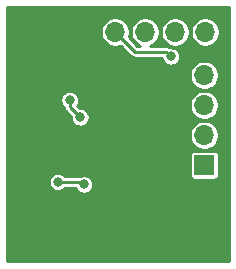
<source format=gbr>
G04 #@! TF.GenerationSoftware,KiCad,Pcbnew,(5.1.5)-2*
G04 #@! TF.CreationDate,2020-10-22T14:23:29-05:00*
G04 #@! TF.ProjectId,usbSerial,75736253-6572-4696-916c-2e6b69636164,rev?*
G04 #@! TF.SameCoordinates,Original*
G04 #@! TF.FileFunction,Copper,L2,Bot*
G04 #@! TF.FilePolarity,Positive*
%FSLAX46Y46*%
G04 Gerber Fmt 4.6, Leading zero omitted, Abs format (unit mm)*
G04 Created by KiCad (PCBNEW (5.1.5)-2) date 2020-10-22 14:23:29*
%MOMM*%
%LPD*%
G04 APERTURE LIST*
%ADD10R,1.700000X1.700000*%
%ADD11O,1.700000X1.700000*%
%ADD12O,0.950000X1.250000*%
%ADD13O,1.550000X0.950000*%
%ADD14C,0.800000*%
%ADD15C,0.250000*%
%ADD16C,0.254000*%
G04 APERTURE END LIST*
D10*
X68100000Y-73480000D03*
D11*
X68100000Y-70940000D03*
X68100000Y-68400000D03*
X68100000Y-65860000D03*
D10*
X58020000Y-62200000D03*
D11*
X60560000Y-62200000D03*
X63100000Y-62200000D03*
X65640000Y-62200000D03*
X68180000Y-62200000D03*
D12*
X55200000Y-66200000D03*
X55200000Y-71200000D03*
D13*
X52500000Y-65200000D03*
X52500000Y-72200000D03*
D14*
X62600000Y-77100000D03*
X60800000Y-79700000D03*
X62600000Y-79700000D03*
X61800000Y-67400000D03*
X64400000Y-67400000D03*
X64400000Y-70000000D03*
X61800000Y-70000000D03*
X60800000Y-77100000D03*
X55700000Y-74900000D03*
X57900000Y-75100000D03*
X56700000Y-67975000D03*
X57600000Y-69425000D03*
X65262653Y-64262653D03*
D15*
X55700000Y-74900000D02*
X57700000Y-74900000D01*
X57700000Y-74900000D02*
X57900000Y-75100000D01*
X56700000Y-67975000D02*
X56700000Y-68525000D01*
X56700000Y-68525000D02*
X57600000Y-69425000D01*
X62222654Y-63862654D02*
X61409999Y-63049999D01*
X64862654Y-63862654D02*
X62222654Y-63862654D01*
X61409999Y-63049999D02*
X60560000Y-62200000D01*
X65262653Y-64262653D02*
X64862654Y-63862654D01*
D16*
G36*
X70194001Y-81594000D02*
G01*
X51406000Y-81594000D01*
X51406000Y-74823078D01*
X54919000Y-74823078D01*
X54919000Y-74976922D01*
X54949013Y-75127809D01*
X55007887Y-75269942D01*
X55093358Y-75397859D01*
X55202141Y-75506642D01*
X55330058Y-75592113D01*
X55472191Y-75650987D01*
X55623078Y-75681000D01*
X55776922Y-75681000D01*
X55927809Y-75650987D01*
X56069942Y-75592113D01*
X56197859Y-75506642D01*
X56298501Y-75406000D01*
X57181401Y-75406000D01*
X57207887Y-75469942D01*
X57293358Y-75597859D01*
X57402141Y-75706642D01*
X57530058Y-75792113D01*
X57672191Y-75850987D01*
X57823078Y-75881000D01*
X57976922Y-75881000D01*
X58127809Y-75850987D01*
X58269942Y-75792113D01*
X58397859Y-75706642D01*
X58506642Y-75597859D01*
X58592113Y-75469942D01*
X58650987Y-75327809D01*
X58681000Y-75176922D01*
X58681000Y-75023078D01*
X58650987Y-74872191D01*
X58592113Y-74730058D01*
X58506642Y-74602141D01*
X58397859Y-74493358D01*
X58269942Y-74407887D01*
X58127809Y-74349013D01*
X57976922Y-74319000D01*
X57823078Y-74319000D01*
X57672191Y-74349013D01*
X57563584Y-74394000D01*
X56298501Y-74394000D01*
X56197859Y-74293358D01*
X56069942Y-74207887D01*
X55927809Y-74149013D01*
X55776922Y-74119000D01*
X55623078Y-74119000D01*
X55472191Y-74149013D01*
X55330058Y-74207887D01*
X55202141Y-74293358D01*
X55093358Y-74402141D01*
X55007887Y-74530058D01*
X54949013Y-74672191D01*
X54919000Y-74823078D01*
X51406000Y-74823078D01*
X51406000Y-72630000D01*
X66867157Y-72630000D01*
X66867157Y-74330000D01*
X66874513Y-74404689D01*
X66896299Y-74476508D01*
X66931678Y-74542696D01*
X66979289Y-74600711D01*
X67037304Y-74648322D01*
X67103492Y-74683701D01*
X67175311Y-74705487D01*
X67250000Y-74712843D01*
X68950000Y-74712843D01*
X69024689Y-74705487D01*
X69096508Y-74683701D01*
X69162696Y-74648322D01*
X69220711Y-74600711D01*
X69268322Y-74542696D01*
X69303701Y-74476508D01*
X69325487Y-74404689D01*
X69332843Y-74330000D01*
X69332843Y-72630000D01*
X69325487Y-72555311D01*
X69303701Y-72483492D01*
X69268322Y-72417304D01*
X69220711Y-72359289D01*
X69162696Y-72311678D01*
X69096508Y-72276299D01*
X69024689Y-72254513D01*
X68950000Y-72247157D01*
X67250000Y-72247157D01*
X67175311Y-72254513D01*
X67103492Y-72276299D01*
X67037304Y-72311678D01*
X66979289Y-72359289D01*
X66931678Y-72417304D01*
X66896299Y-72483492D01*
X66874513Y-72555311D01*
X66867157Y-72630000D01*
X51406000Y-72630000D01*
X51406000Y-70818757D01*
X66869000Y-70818757D01*
X66869000Y-71061243D01*
X66916307Y-71299069D01*
X67009102Y-71523097D01*
X67143820Y-71724717D01*
X67315283Y-71896180D01*
X67516903Y-72030898D01*
X67740931Y-72123693D01*
X67978757Y-72171000D01*
X68221243Y-72171000D01*
X68459069Y-72123693D01*
X68683097Y-72030898D01*
X68884717Y-71896180D01*
X69056180Y-71724717D01*
X69190898Y-71523097D01*
X69283693Y-71299069D01*
X69331000Y-71061243D01*
X69331000Y-70818757D01*
X69283693Y-70580931D01*
X69190898Y-70356903D01*
X69056180Y-70155283D01*
X68884717Y-69983820D01*
X68683097Y-69849102D01*
X68459069Y-69756307D01*
X68221243Y-69709000D01*
X67978757Y-69709000D01*
X67740931Y-69756307D01*
X67516903Y-69849102D01*
X67315283Y-69983820D01*
X67143820Y-70155283D01*
X67009102Y-70356903D01*
X66916307Y-70580931D01*
X66869000Y-70818757D01*
X51406000Y-70818757D01*
X51406000Y-67898078D01*
X55919000Y-67898078D01*
X55919000Y-68051922D01*
X55949013Y-68202809D01*
X56007887Y-68344942D01*
X56093358Y-68472859D01*
X56196584Y-68576085D01*
X56201322Y-68624192D01*
X56230255Y-68719574D01*
X56230256Y-68719575D01*
X56277242Y-68807479D01*
X56340474Y-68884527D01*
X56359780Y-68900371D01*
X56819000Y-69359592D01*
X56819000Y-69501922D01*
X56849013Y-69652809D01*
X56907887Y-69794942D01*
X56993358Y-69922859D01*
X57102141Y-70031642D01*
X57230058Y-70117113D01*
X57372191Y-70175987D01*
X57523078Y-70206000D01*
X57676922Y-70206000D01*
X57827809Y-70175987D01*
X57969942Y-70117113D01*
X58097859Y-70031642D01*
X58206642Y-69922859D01*
X58292113Y-69794942D01*
X58350987Y-69652809D01*
X58381000Y-69501922D01*
X58381000Y-69348078D01*
X58350987Y-69197191D01*
X58292113Y-69055058D01*
X58206642Y-68927141D01*
X58097859Y-68818358D01*
X57969942Y-68732887D01*
X57827809Y-68674013D01*
X57676922Y-68644000D01*
X57534592Y-68644000D01*
X57329396Y-68438805D01*
X57392113Y-68344942D01*
X57419527Y-68278757D01*
X66869000Y-68278757D01*
X66869000Y-68521243D01*
X66916307Y-68759069D01*
X67009102Y-68983097D01*
X67143820Y-69184717D01*
X67315283Y-69356180D01*
X67516903Y-69490898D01*
X67740931Y-69583693D01*
X67978757Y-69631000D01*
X68221243Y-69631000D01*
X68459069Y-69583693D01*
X68683097Y-69490898D01*
X68884717Y-69356180D01*
X69056180Y-69184717D01*
X69190898Y-68983097D01*
X69283693Y-68759069D01*
X69331000Y-68521243D01*
X69331000Y-68278757D01*
X69283693Y-68040931D01*
X69190898Y-67816903D01*
X69056180Y-67615283D01*
X68884717Y-67443820D01*
X68683097Y-67309102D01*
X68459069Y-67216307D01*
X68221243Y-67169000D01*
X67978757Y-67169000D01*
X67740931Y-67216307D01*
X67516903Y-67309102D01*
X67315283Y-67443820D01*
X67143820Y-67615283D01*
X67009102Y-67816903D01*
X66916307Y-68040931D01*
X66869000Y-68278757D01*
X57419527Y-68278757D01*
X57450987Y-68202809D01*
X57481000Y-68051922D01*
X57481000Y-67898078D01*
X57450987Y-67747191D01*
X57392113Y-67605058D01*
X57306642Y-67477141D01*
X57197859Y-67368358D01*
X57069942Y-67282887D01*
X56927809Y-67224013D01*
X56776922Y-67194000D01*
X56623078Y-67194000D01*
X56472191Y-67224013D01*
X56330058Y-67282887D01*
X56202141Y-67368358D01*
X56093358Y-67477141D01*
X56007887Y-67605058D01*
X55949013Y-67747191D01*
X55919000Y-67898078D01*
X51406000Y-67898078D01*
X51406000Y-65738757D01*
X66869000Y-65738757D01*
X66869000Y-65981243D01*
X66916307Y-66219069D01*
X67009102Y-66443097D01*
X67143820Y-66644717D01*
X67315283Y-66816180D01*
X67516903Y-66950898D01*
X67740931Y-67043693D01*
X67978757Y-67091000D01*
X68221243Y-67091000D01*
X68459069Y-67043693D01*
X68683097Y-66950898D01*
X68884717Y-66816180D01*
X69056180Y-66644717D01*
X69190898Y-66443097D01*
X69283693Y-66219069D01*
X69331000Y-65981243D01*
X69331000Y-65738757D01*
X69283693Y-65500931D01*
X69190898Y-65276903D01*
X69056180Y-65075283D01*
X68884717Y-64903820D01*
X68683097Y-64769102D01*
X68459069Y-64676307D01*
X68221243Y-64629000D01*
X67978757Y-64629000D01*
X67740931Y-64676307D01*
X67516903Y-64769102D01*
X67315283Y-64903820D01*
X67143820Y-65075283D01*
X67009102Y-65276903D01*
X66916307Y-65500931D01*
X66869000Y-65738757D01*
X51406000Y-65738757D01*
X51406000Y-62078757D01*
X59329000Y-62078757D01*
X59329000Y-62321243D01*
X59376307Y-62559069D01*
X59469102Y-62783097D01*
X59603820Y-62984717D01*
X59775283Y-63156180D01*
X59976903Y-63290898D01*
X60200931Y-63383693D01*
X60438757Y-63431000D01*
X60681243Y-63431000D01*
X60919069Y-63383693D01*
X60996166Y-63351758D01*
X61069777Y-63425369D01*
X61069782Y-63425373D01*
X61847282Y-64202874D01*
X61863127Y-64222181D01*
X61940175Y-64285413D01*
X62028079Y-64332399D01*
X62123461Y-64361332D01*
X62222654Y-64371102D01*
X62247508Y-64368654D01*
X64487437Y-64368654D01*
X64511666Y-64490462D01*
X64570540Y-64632595D01*
X64656011Y-64760512D01*
X64764794Y-64869295D01*
X64892711Y-64954766D01*
X65034844Y-65013640D01*
X65185731Y-65043653D01*
X65339575Y-65043653D01*
X65490462Y-65013640D01*
X65632595Y-64954766D01*
X65760512Y-64869295D01*
X65869295Y-64760512D01*
X65954766Y-64632595D01*
X66013640Y-64490462D01*
X66043653Y-64339575D01*
X66043653Y-64185731D01*
X66013640Y-64034844D01*
X65954766Y-63892711D01*
X65869295Y-63764794D01*
X65760512Y-63656011D01*
X65632595Y-63570540D01*
X65490462Y-63511666D01*
X65339575Y-63481653D01*
X65196015Y-63481653D01*
X65145133Y-63439895D01*
X65057229Y-63392909D01*
X64961847Y-63363976D01*
X64887508Y-63356654D01*
X64887500Y-63356654D01*
X64862654Y-63354207D01*
X64837808Y-63356654D01*
X63524347Y-63356654D01*
X63683097Y-63290898D01*
X63884717Y-63156180D01*
X64056180Y-62984717D01*
X64190898Y-62783097D01*
X64283693Y-62559069D01*
X64331000Y-62321243D01*
X64331000Y-62078757D01*
X64409000Y-62078757D01*
X64409000Y-62321243D01*
X64456307Y-62559069D01*
X64549102Y-62783097D01*
X64683820Y-62984717D01*
X64855283Y-63156180D01*
X65056903Y-63290898D01*
X65280931Y-63383693D01*
X65518757Y-63431000D01*
X65761243Y-63431000D01*
X65999069Y-63383693D01*
X66223097Y-63290898D01*
X66424717Y-63156180D01*
X66596180Y-62984717D01*
X66730898Y-62783097D01*
X66823693Y-62559069D01*
X66871000Y-62321243D01*
X66871000Y-62078757D01*
X66949000Y-62078757D01*
X66949000Y-62321243D01*
X66996307Y-62559069D01*
X67089102Y-62783097D01*
X67223820Y-62984717D01*
X67395283Y-63156180D01*
X67596903Y-63290898D01*
X67820931Y-63383693D01*
X68058757Y-63431000D01*
X68301243Y-63431000D01*
X68539069Y-63383693D01*
X68763097Y-63290898D01*
X68964717Y-63156180D01*
X69136180Y-62984717D01*
X69270898Y-62783097D01*
X69363693Y-62559069D01*
X69411000Y-62321243D01*
X69411000Y-62078757D01*
X69363693Y-61840931D01*
X69270898Y-61616903D01*
X69136180Y-61415283D01*
X68964717Y-61243820D01*
X68763097Y-61109102D01*
X68539069Y-61016307D01*
X68301243Y-60969000D01*
X68058757Y-60969000D01*
X67820931Y-61016307D01*
X67596903Y-61109102D01*
X67395283Y-61243820D01*
X67223820Y-61415283D01*
X67089102Y-61616903D01*
X66996307Y-61840931D01*
X66949000Y-62078757D01*
X66871000Y-62078757D01*
X66823693Y-61840931D01*
X66730898Y-61616903D01*
X66596180Y-61415283D01*
X66424717Y-61243820D01*
X66223097Y-61109102D01*
X65999069Y-61016307D01*
X65761243Y-60969000D01*
X65518757Y-60969000D01*
X65280931Y-61016307D01*
X65056903Y-61109102D01*
X64855283Y-61243820D01*
X64683820Y-61415283D01*
X64549102Y-61616903D01*
X64456307Y-61840931D01*
X64409000Y-62078757D01*
X64331000Y-62078757D01*
X64283693Y-61840931D01*
X64190898Y-61616903D01*
X64056180Y-61415283D01*
X63884717Y-61243820D01*
X63683097Y-61109102D01*
X63459069Y-61016307D01*
X63221243Y-60969000D01*
X62978757Y-60969000D01*
X62740931Y-61016307D01*
X62516903Y-61109102D01*
X62315283Y-61243820D01*
X62143820Y-61415283D01*
X62009102Y-61616903D01*
X61916307Y-61840931D01*
X61869000Y-62078757D01*
X61869000Y-62321243D01*
X61916307Y-62559069D01*
X62009102Y-62783097D01*
X62143820Y-62984717D01*
X62315283Y-63156180D01*
X62516903Y-63290898D01*
X62675653Y-63356654D01*
X62432246Y-63356654D01*
X61785373Y-62709782D01*
X61785369Y-62709777D01*
X61711758Y-62636166D01*
X61743693Y-62559069D01*
X61791000Y-62321243D01*
X61791000Y-62078757D01*
X61743693Y-61840931D01*
X61650898Y-61616903D01*
X61516180Y-61415283D01*
X61344717Y-61243820D01*
X61143097Y-61109102D01*
X60919069Y-61016307D01*
X60681243Y-60969000D01*
X60438757Y-60969000D01*
X60200931Y-61016307D01*
X59976903Y-61109102D01*
X59775283Y-61243820D01*
X59603820Y-61415283D01*
X59469102Y-61616903D01*
X59376307Y-61840931D01*
X59329000Y-62078757D01*
X51406000Y-62078757D01*
X51406000Y-60106000D01*
X70194000Y-60106000D01*
X70194001Y-81594000D01*
G37*
X70194001Y-81594000D02*
X51406000Y-81594000D01*
X51406000Y-74823078D01*
X54919000Y-74823078D01*
X54919000Y-74976922D01*
X54949013Y-75127809D01*
X55007887Y-75269942D01*
X55093358Y-75397859D01*
X55202141Y-75506642D01*
X55330058Y-75592113D01*
X55472191Y-75650987D01*
X55623078Y-75681000D01*
X55776922Y-75681000D01*
X55927809Y-75650987D01*
X56069942Y-75592113D01*
X56197859Y-75506642D01*
X56298501Y-75406000D01*
X57181401Y-75406000D01*
X57207887Y-75469942D01*
X57293358Y-75597859D01*
X57402141Y-75706642D01*
X57530058Y-75792113D01*
X57672191Y-75850987D01*
X57823078Y-75881000D01*
X57976922Y-75881000D01*
X58127809Y-75850987D01*
X58269942Y-75792113D01*
X58397859Y-75706642D01*
X58506642Y-75597859D01*
X58592113Y-75469942D01*
X58650987Y-75327809D01*
X58681000Y-75176922D01*
X58681000Y-75023078D01*
X58650987Y-74872191D01*
X58592113Y-74730058D01*
X58506642Y-74602141D01*
X58397859Y-74493358D01*
X58269942Y-74407887D01*
X58127809Y-74349013D01*
X57976922Y-74319000D01*
X57823078Y-74319000D01*
X57672191Y-74349013D01*
X57563584Y-74394000D01*
X56298501Y-74394000D01*
X56197859Y-74293358D01*
X56069942Y-74207887D01*
X55927809Y-74149013D01*
X55776922Y-74119000D01*
X55623078Y-74119000D01*
X55472191Y-74149013D01*
X55330058Y-74207887D01*
X55202141Y-74293358D01*
X55093358Y-74402141D01*
X55007887Y-74530058D01*
X54949013Y-74672191D01*
X54919000Y-74823078D01*
X51406000Y-74823078D01*
X51406000Y-72630000D01*
X66867157Y-72630000D01*
X66867157Y-74330000D01*
X66874513Y-74404689D01*
X66896299Y-74476508D01*
X66931678Y-74542696D01*
X66979289Y-74600711D01*
X67037304Y-74648322D01*
X67103492Y-74683701D01*
X67175311Y-74705487D01*
X67250000Y-74712843D01*
X68950000Y-74712843D01*
X69024689Y-74705487D01*
X69096508Y-74683701D01*
X69162696Y-74648322D01*
X69220711Y-74600711D01*
X69268322Y-74542696D01*
X69303701Y-74476508D01*
X69325487Y-74404689D01*
X69332843Y-74330000D01*
X69332843Y-72630000D01*
X69325487Y-72555311D01*
X69303701Y-72483492D01*
X69268322Y-72417304D01*
X69220711Y-72359289D01*
X69162696Y-72311678D01*
X69096508Y-72276299D01*
X69024689Y-72254513D01*
X68950000Y-72247157D01*
X67250000Y-72247157D01*
X67175311Y-72254513D01*
X67103492Y-72276299D01*
X67037304Y-72311678D01*
X66979289Y-72359289D01*
X66931678Y-72417304D01*
X66896299Y-72483492D01*
X66874513Y-72555311D01*
X66867157Y-72630000D01*
X51406000Y-72630000D01*
X51406000Y-70818757D01*
X66869000Y-70818757D01*
X66869000Y-71061243D01*
X66916307Y-71299069D01*
X67009102Y-71523097D01*
X67143820Y-71724717D01*
X67315283Y-71896180D01*
X67516903Y-72030898D01*
X67740931Y-72123693D01*
X67978757Y-72171000D01*
X68221243Y-72171000D01*
X68459069Y-72123693D01*
X68683097Y-72030898D01*
X68884717Y-71896180D01*
X69056180Y-71724717D01*
X69190898Y-71523097D01*
X69283693Y-71299069D01*
X69331000Y-71061243D01*
X69331000Y-70818757D01*
X69283693Y-70580931D01*
X69190898Y-70356903D01*
X69056180Y-70155283D01*
X68884717Y-69983820D01*
X68683097Y-69849102D01*
X68459069Y-69756307D01*
X68221243Y-69709000D01*
X67978757Y-69709000D01*
X67740931Y-69756307D01*
X67516903Y-69849102D01*
X67315283Y-69983820D01*
X67143820Y-70155283D01*
X67009102Y-70356903D01*
X66916307Y-70580931D01*
X66869000Y-70818757D01*
X51406000Y-70818757D01*
X51406000Y-67898078D01*
X55919000Y-67898078D01*
X55919000Y-68051922D01*
X55949013Y-68202809D01*
X56007887Y-68344942D01*
X56093358Y-68472859D01*
X56196584Y-68576085D01*
X56201322Y-68624192D01*
X56230255Y-68719574D01*
X56230256Y-68719575D01*
X56277242Y-68807479D01*
X56340474Y-68884527D01*
X56359780Y-68900371D01*
X56819000Y-69359592D01*
X56819000Y-69501922D01*
X56849013Y-69652809D01*
X56907887Y-69794942D01*
X56993358Y-69922859D01*
X57102141Y-70031642D01*
X57230058Y-70117113D01*
X57372191Y-70175987D01*
X57523078Y-70206000D01*
X57676922Y-70206000D01*
X57827809Y-70175987D01*
X57969942Y-70117113D01*
X58097859Y-70031642D01*
X58206642Y-69922859D01*
X58292113Y-69794942D01*
X58350987Y-69652809D01*
X58381000Y-69501922D01*
X58381000Y-69348078D01*
X58350987Y-69197191D01*
X58292113Y-69055058D01*
X58206642Y-68927141D01*
X58097859Y-68818358D01*
X57969942Y-68732887D01*
X57827809Y-68674013D01*
X57676922Y-68644000D01*
X57534592Y-68644000D01*
X57329396Y-68438805D01*
X57392113Y-68344942D01*
X57419527Y-68278757D01*
X66869000Y-68278757D01*
X66869000Y-68521243D01*
X66916307Y-68759069D01*
X67009102Y-68983097D01*
X67143820Y-69184717D01*
X67315283Y-69356180D01*
X67516903Y-69490898D01*
X67740931Y-69583693D01*
X67978757Y-69631000D01*
X68221243Y-69631000D01*
X68459069Y-69583693D01*
X68683097Y-69490898D01*
X68884717Y-69356180D01*
X69056180Y-69184717D01*
X69190898Y-68983097D01*
X69283693Y-68759069D01*
X69331000Y-68521243D01*
X69331000Y-68278757D01*
X69283693Y-68040931D01*
X69190898Y-67816903D01*
X69056180Y-67615283D01*
X68884717Y-67443820D01*
X68683097Y-67309102D01*
X68459069Y-67216307D01*
X68221243Y-67169000D01*
X67978757Y-67169000D01*
X67740931Y-67216307D01*
X67516903Y-67309102D01*
X67315283Y-67443820D01*
X67143820Y-67615283D01*
X67009102Y-67816903D01*
X66916307Y-68040931D01*
X66869000Y-68278757D01*
X57419527Y-68278757D01*
X57450987Y-68202809D01*
X57481000Y-68051922D01*
X57481000Y-67898078D01*
X57450987Y-67747191D01*
X57392113Y-67605058D01*
X57306642Y-67477141D01*
X57197859Y-67368358D01*
X57069942Y-67282887D01*
X56927809Y-67224013D01*
X56776922Y-67194000D01*
X56623078Y-67194000D01*
X56472191Y-67224013D01*
X56330058Y-67282887D01*
X56202141Y-67368358D01*
X56093358Y-67477141D01*
X56007887Y-67605058D01*
X55949013Y-67747191D01*
X55919000Y-67898078D01*
X51406000Y-67898078D01*
X51406000Y-65738757D01*
X66869000Y-65738757D01*
X66869000Y-65981243D01*
X66916307Y-66219069D01*
X67009102Y-66443097D01*
X67143820Y-66644717D01*
X67315283Y-66816180D01*
X67516903Y-66950898D01*
X67740931Y-67043693D01*
X67978757Y-67091000D01*
X68221243Y-67091000D01*
X68459069Y-67043693D01*
X68683097Y-66950898D01*
X68884717Y-66816180D01*
X69056180Y-66644717D01*
X69190898Y-66443097D01*
X69283693Y-66219069D01*
X69331000Y-65981243D01*
X69331000Y-65738757D01*
X69283693Y-65500931D01*
X69190898Y-65276903D01*
X69056180Y-65075283D01*
X68884717Y-64903820D01*
X68683097Y-64769102D01*
X68459069Y-64676307D01*
X68221243Y-64629000D01*
X67978757Y-64629000D01*
X67740931Y-64676307D01*
X67516903Y-64769102D01*
X67315283Y-64903820D01*
X67143820Y-65075283D01*
X67009102Y-65276903D01*
X66916307Y-65500931D01*
X66869000Y-65738757D01*
X51406000Y-65738757D01*
X51406000Y-62078757D01*
X59329000Y-62078757D01*
X59329000Y-62321243D01*
X59376307Y-62559069D01*
X59469102Y-62783097D01*
X59603820Y-62984717D01*
X59775283Y-63156180D01*
X59976903Y-63290898D01*
X60200931Y-63383693D01*
X60438757Y-63431000D01*
X60681243Y-63431000D01*
X60919069Y-63383693D01*
X60996166Y-63351758D01*
X61069777Y-63425369D01*
X61069782Y-63425373D01*
X61847282Y-64202874D01*
X61863127Y-64222181D01*
X61940175Y-64285413D01*
X62028079Y-64332399D01*
X62123461Y-64361332D01*
X62222654Y-64371102D01*
X62247508Y-64368654D01*
X64487437Y-64368654D01*
X64511666Y-64490462D01*
X64570540Y-64632595D01*
X64656011Y-64760512D01*
X64764794Y-64869295D01*
X64892711Y-64954766D01*
X65034844Y-65013640D01*
X65185731Y-65043653D01*
X65339575Y-65043653D01*
X65490462Y-65013640D01*
X65632595Y-64954766D01*
X65760512Y-64869295D01*
X65869295Y-64760512D01*
X65954766Y-64632595D01*
X66013640Y-64490462D01*
X66043653Y-64339575D01*
X66043653Y-64185731D01*
X66013640Y-64034844D01*
X65954766Y-63892711D01*
X65869295Y-63764794D01*
X65760512Y-63656011D01*
X65632595Y-63570540D01*
X65490462Y-63511666D01*
X65339575Y-63481653D01*
X65196015Y-63481653D01*
X65145133Y-63439895D01*
X65057229Y-63392909D01*
X64961847Y-63363976D01*
X64887508Y-63356654D01*
X64887500Y-63356654D01*
X64862654Y-63354207D01*
X64837808Y-63356654D01*
X63524347Y-63356654D01*
X63683097Y-63290898D01*
X63884717Y-63156180D01*
X64056180Y-62984717D01*
X64190898Y-62783097D01*
X64283693Y-62559069D01*
X64331000Y-62321243D01*
X64331000Y-62078757D01*
X64409000Y-62078757D01*
X64409000Y-62321243D01*
X64456307Y-62559069D01*
X64549102Y-62783097D01*
X64683820Y-62984717D01*
X64855283Y-63156180D01*
X65056903Y-63290898D01*
X65280931Y-63383693D01*
X65518757Y-63431000D01*
X65761243Y-63431000D01*
X65999069Y-63383693D01*
X66223097Y-63290898D01*
X66424717Y-63156180D01*
X66596180Y-62984717D01*
X66730898Y-62783097D01*
X66823693Y-62559069D01*
X66871000Y-62321243D01*
X66871000Y-62078757D01*
X66949000Y-62078757D01*
X66949000Y-62321243D01*
X66996307Y-62559069D01*
X67089102Y-62783097D01*
X67223820Y-62984717D01*
X67395283Y-63156180D01*
X67596903Y-63290898D01*
X67820931Y-63383693D01*
X68058757Y-63431000D01*
X68301243Y-63431000D01*
X68539069Y-63383693D01*
X68763097Y-63290898D01*
X68964717Y-63156180D01*
X69136180Y-62984717D01*
X69270898Y-62783097D01*
X69363693Y-62559069D01*
X69411000Y-62321243D01*
X69411000Y-62078757D01*
X69363693Y-61840931D01*
X69270898Y-61616903D01*
X69136180Y-61415283D01*
X68964717Y-61243820D01*
X68763097Y-61109102D01*
X68539069Y-61016307D01*
X68301243Y-60969000D01*
X68058757Y-60969000D01*
X67820931Y-61016307D01*
X67596903Y-61109102D01*
X67395283Y-61243820D01*
X67223820Y-61415283D01*
X67089102Y-61616903D01*
X66996307Y-61840931D01*
X66949000Y-62078757D01*
X66871000Y-62078757D01*
X66823693Y-61840931D01*
X66730898Y-61616903D01*
X66596180Y-61415283D01*
X66424717Y-61243820D01*
X66223097Y-61109102D01*
X65999069Y-61016307D01*
X65761243Y-60969000D01*
X65518757Y-60969000D01*
X65280931Y-61016307D01*
X65056903Y-61109102D01*
X64855283Y-61243820D01*
X64683820Y-61415283D01*
X64549102Y-61616903D01*
X64456307Y-61840931D01*
X64409000Y-62078757D01*
X64331000Y-62078757D01*
X64283693Y-61840931D01*
X64190898Y-61616903D01*
X64056180Y-61415283D01*
X63884717Y-61243820D01*
X63683097Y-61109102D01*
X63459069Y-61016307D01*
X63221243Y-60969000D01*
X62978757Y-60969000D01*
X62740931Y-61016307D01*
X62516903Y-61109102D01*
X62315283Y-61243820D01*
X62143820Y-61415283D01*
X62009102Y-61616903D01*
X61916307Y-61840931D01*
X61869000Y-62078757D01*
X61869000Y-62321243D01*
X61916307Y-62559069D01*
X62009102Y-62783097D01*
X62143820Y-62984717D01*
X62315283Y-63156180D01*
X62516903Y-63290898D01*
X62675653Y-63356654D01*
X62432246Y-63356654D01*
X61785373Y-62709782D01*
X61785369Y-62709777D01*
X61711758Y-62636166D01*
X61743693Y-62559069D01*
X61791000Y-62321243D01*
X61791000Y-62078757D01*
X61743693Y-61840931D01*
X61650898Y-61616903D01*
X61516180Y-61415283D01*
X61344717Y-61243820D01*
X61143097Y-61109102D01*
X60919069Y-61016307D01*
X60681243Y-60969000D01*
X60438757Y-60969000D01*
X60200931Y-61016307D01*
X59976903Y-61109102D01*
X59775283Y-61243820D01*
X59603820Y-61415283D01*
X59469102Y-61616903D01*
X59376307Y-61840931D01*
X59329000Y-62078757D01*
X51406000Y-62078757D01*
X51406000Y-60106000D01*
X70194000Y-60106000D01*
X70194001Y-81594000D01*
M02*

</source>
